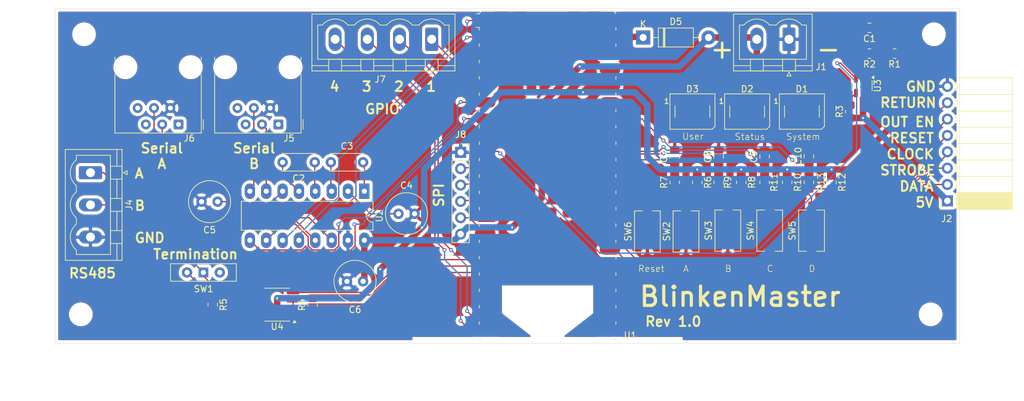
<source format=kicad_pcb>
(kicad_pcb (version 20240108) (generator "pcbnew") (generator_version "8.0")
  (title_block (comment 4 "AISLER Project ID: QTLTIPND"))
  (layers (0 "F.Cu" signal) (31 "B.Cu" signal) (34 "B.Paste" user) (35 "F.Paste" user) (36 "B.SilkS" user "B.Silkscreen") (37 "F.SilkS" user "F.Silkscreen") (38 "B.Mask" user) (39 "F.Mask" user) (44 "Edge.Cuts" user))
  (net 0 "")
  (net 1 "Net-(U3--)")
  (net 2 "GND")
  (net 3 "Net-(U2-C2+)")
  (net 4 "Net-(U2-C2-)")
  (net 5 "Net-(U2-C1-)")
  (net 6 "Net-(U2-C1+)")
  (net 7 "+8.5V")
  (net 8 "-8.5V")
  (net 9 "+5V")
  (net 10 "Button_A")
  (net 11 "Button_B")
  (net 12 "Button_C")
  (net 13 "Button_D")
  (net 14 "Net-(D1-DOUT)")
  (net 15 "Net-(D1-DIN)")
  (net 16 "Net-(D2-DOUT)")
  (net 18 "Net-(D5-K)")
  (net 19 "Return")
  (net 20 "Output Enable")
  (net 21 "Reset")
  (net 22 "Strobe")
  (net 23 "Clock")
  (net 24 "Data")
  (net 25 "RS485_A")
  (net 26 "RS485_B")
  (net 27 "TxD_B")
  (net 29 "RxD_B")
  (net 32 "RxD_A")
  (net 36 "TxD_A")
  (net 37 "IN_2")
  (net 38 "IN_4")
  (net 39 "IN_3")
  (net 40 "IN_1")
  (net 41 "SPI_CS")
  (net 42 "SPI_Clock")
  (net 43 "SPI_Tx")
  (net 44 "SPI_Rx")
  (net 45 "+3.3V")
  (net 46 "RS485_Transmit")
  (net 47 "Net-(R5-Pad1)")
  (net 48 "Net-(R6-Pad2)")
  (net 49 "Net-(R8-Pad2)")
  (net 50 "Net-(R10-Pad2)")
  (net 51 "Net-(R12-Pad2)")
  (net 52 "RS485_Rx")
  (net 53 "RS485_Tx")
  (net 55 "TxD_ttl_A")
  (net 56 "RxD_ttl_A")
  (net 57 "RxD_ttl_B")
  (net 60 "Reset_CPU")
  (net 61 "LED_Data")
  (net 62 "TxD_ttl_B")
  (footprint "Resistor_SMD:R_0805_2012Metric_Pad1.20x1.40mm_HandSolder" (layer "F.Cu") (at 75 96 -90)
    (property "Reference" "R5")
    (property "Value" "R")
  )
  (footprint "Capacitor_SMD:C_0805_2012Metric_Pad1.18x1.45mm_HandSolder" (layer "F.Cu") (at 177 53 180)
    (property "Reference" "C1")
    (property "Value" "10n")
  )
  (footprint "Connector_PinSocket_2.54mm:PinSocket_1x06_P2.54mm_Vertical" (layer "F.Cu") (at 113.5 72.34)
    (property "Reference" "J8")
    (property "Value" "Conn_01x06_Socket")
  )
  (footprint "MountingHole:MountingHole_3.2mm_M3_DIN965" (layer "F.Cu") (at 54.5 97.5)
    (property "Reference" "REF**" (hide yes))
    (property "Value" "MountingHole_3.2mm_M3_DIN965")
  )
  (footprint "LED_SMD:LED_WS2812B_PLCC4_5.0x5.0mm_P3.2mm" (layer "F.Cu") (at 149.5 66)
    (property "Reference" "D3")
    (property "Value" "WS2812B")
  )
  (footprint "Capacitor_SMD:C_0805_2012Metric_Pad1.18x1.45mm_HandSolder" (layer "F.Cu") (at 167.6 72.9625 90)
    (property "Reference" "C10")
    (property "Value" "100n")
  )
  (footprint "LED_SMD:LED_WS2812B_PLCC4_5.0x5.0mm_P3.2mm" (layer "F.Cu") (at 158 66)
    (property "Reference" "D2")
    (property "Value" "WS2812B")
  )
  (footprint "Capacitor_THT:C_Radial_D6.3mm_H5.0mm_P2.50mm" (layer "F.Cu") (at 98.34 92.38 180)
    (property "Reference" "C6")
    (property "Value" "1u")
  )
  (footprint "Connector_Phoenix_MSTB:PhoenixContact_MSTBVA_2,5_3-G_1x03_P5.00mm_Vertical" (layer "F.Cu") (at 56 75.5 -90)
    (property "Reference" "J4")
    (property "Value" "Conn_01x03_Socket")
  )
  (footprint "Capacitor_THT:C_Radial_D6.3mm_H5.0mm_P2.50mm" (layer "F.Cu") (at 75.75 80 180)
    (property "Reference" "C5")
    (property "Value" "1u")
  )
  (footprint "Resistor_SMD:R_0805_2012Metric_Pad1.20x1.40mm_HandSolder" (layer "F.Cu") (at 177 57 180)
    (property "Reference" "R2")
    (property "Value" "100k")
  )
  (footprint "Capacitor_THT:C_Disc_D5.0mm_W2.5mm_P5.00mm" (layer "F.Cu") (at 98.34 73.88 180)
    (property "Reference" "C3")
    (property "Value" "1u")
  )
  (footprint "Button_Switch_SMD:SW_Tactile_SPST_NO_Straight_CK_PTS636Sx25SMTRLFS" (layer "F.Cu") (at 161.5 84.5 90)
    (property "Reference" "SW4")
    (property "Value" "SW_Push")
  )
  (footprint "Connector_Phoenix_MSTB:PhoenixContact_MSTBVA_2,5_4-G_1x04_P5.00mm_Vertical" (layer "F.Cu") (at 109 54.7775 180)
    (property "Reference" "J7")
    (property "Value" "Conn_01x04_Pin")
  )
  (footprint "Package_DIP:DIP-16_W7.62mm_LongPads" (layer "F.Cu") (at 98.54 78.38 -90)
    (property "Reference" "U2")
    (property "Value" "MAX232")
  )
  (footprint "Connector_Phoenix_MSTB:PhoenixContact_MSTBVA_2,5_2-G_1x02_P5.00mm_Vertical" (layer "F.Cu") (at 164.5 54.7775 180)
    (property "Reference" "J1")
    (property "Value" "Conn_01x02_Socket")
  )
  (footprint "Resistor_SMD:R_0805_2012Metric_Pad1.20x1.40mm_HandSolder" (layer "F.Cu") (at 146.75 77 90)
    (property "Reference" "R7")
    (property "Value" "10k")
  )
  (footprint "Resistor_SMD:R_0805_2012Metric_Pad1.20x1.40mm_HandSolder" (layer "F.Cu") (at 174 66 90)
    (property "Reference" "R3")
    (property "Value" "1k")
  )
  (footprint "Package_TO_SOT_SMD:SOT-23-5" (layer "F.Cu") (at 175.85 62 -90)
    (property "Reference" "U3")
    (property "Value" "TL331")
  )
  (footprint "Button_Switch_SMD:SW_Tactile_SPST_NO_Straight_CK_PTS636Sx25SMTRLFS" (layer "F.Cu") (at 168 84.5 90)
    (property "Reference" "SW5")
    (property "Value" "SW_Push")
  )
  (footprint "Resistor_SMD:R_0805_2012Metric_Pad1.20x1.40mm_HandSolder" (layer "F.Cu") (at 90.5 96 90)
    (property "Reference" "R4")
    (property "Value" "10k")
  )
  (footprint "Diode_THT:D_DO-41_SOD81_P10.16mm_Horizontal" (layer "F.Cu") (at 141.84 54.5)
    (property "Reference" "D5")
    (property "Value" "1N5817")
  )
  (footprint "Capacitor_SMD:C_0805_2012Metric_Pad1.18x1.45mm_HandSolder" (layer "F.Cu") (at 146.75 73 90)
    (property "Reference" "C7")
    (property "Value" "100n")
  )
  (footprint "Resistor_SMD:R_0805_2012Metric_Pad1.20x1.40mm_HandSolder" (layer "F.Cu") (at 180.9 57 180)
    (property "Reference" "R1")
    (property "Value" "100k")
  )
  (footprint "Resistor_SMD:R_0805_2012Metric_Pad1.20x1.40mm_HandSolder" (layer "F.Cu") (at 160.7125 77 90)
    (property "Reference" "R11")
    (property "Value" "10k")
  )
  (footprint "Connector_RJ:RJ12_Amphenol_54601-x06_Horizontal" (layer "F.Cu") (at 69.68 68 180)
    (property "Reference" "J6")
    (property "Value" "6P6C")
  )
  (footprint "Resistor_SMD:R_0805_2012Metric_Pad1.20x1.40mm_HandSolder" (layer "F.Cu") (at 164.2125 77 -90)
    (property "Reference" "R10")
    (property "Value" "10k")
  )
  (footprint "MountingHole:MountingHole_3.2mm_M3_DIN965" (layer "F.Cu") (at 186.5 97.5)
    (property "Reference" "REF**" (hide yes))
    (property "Value" "MountingHole_3.2mm_M3_DIN965")
  )
  (footprint "Capacitor_THT:C_Radial_D6.3mm_H5.0mm_P2.50mm" (layer "F.Cu") (at 103.84 81.88)
    (property "Reference" "C4")
    (property "Value" "1u")
  )
  (footprint "Button_Switch_SMD:SW_Tactile_SPST_NO_Straight_CK_PTS636Sx25SMTRLFS" (layer "F.Cu") (at 148.5 84.625 90)
    (property "Reference" "SW2")
    (property "Value" "SW_Push")
  )
  (footprint "Resistor_SMD:R_0805_2012Metric_Pad1.20x1.40mm_HandSolder" (layer "F.Cu") (at 157.075 77 -90)
    (property "Reference" "R8")
    (property "Value" "10k")
  )
  (footprint "Resistor_SMD:R_0805_2012Metric_Pad1.20x1.40mm_HandSolder" (layer "F.Cu") (at 153.575 77 90)
    (property "Reference" "R9")
    (property "Value" "10k")
  )
  (footprint "LED_SMD:LED_WS2812B_PLCC4_5.0x5.0mm_P3.2mm" (layer "F.Cu") (at 166.5 66)
    (property "Reference" "D1")
    (property "Value" "WS2812B")
  )
  (footprint "Package_SO:SOIC-8_3.9x4.9mm_P1.27mm" (layer "F.Cu") (at 85 96 180)
    (property "Reference" "U4")
    (property "Value" "MAX3485")
  )
  (footprint "Capacitor_THT:C_Disc_D5.0mm_W2.5mm_P5.00mm" (layer "F.Cu") (at 90.84 73.88 180)
    (property "Reference" "C2")
    (property "Value" "1u")
  )
  (footprint "Module:RaspberryPi_Pico_W_SMD" (layer "F.Cu") (at 127 76)
    (property "Reference" "U1")
    (property "Value" "Pico")
  )
  (footprint "Button_Switch_SMD:SW_Tactile_SPST_NO_Straight_CK_PTS636Sx25SMTRLFS" (layer "F.Cu") (at 142.5 84.625 90)
    (property "Reference" "SW6")
    (property "Value" "SW_Push")
  )
  (footprint "Button_Switch_SMD:SW_Tactile_SPST_NO_Straight_CK_PTS636Sx25SMTRLFS" (layer "F.Cu") (at 155 84.5 90)
    (property "Reference" "SW3")
    (property "Value" "SW_Push")
  )
  (footprint "Connector_PinSocket_2.54mm:PinSocket_1x08_P2.54mm_Horizontal" (layer "F.Cu") (at 189.1 79.875 180)
    (property "Reference" "J2")
    (property "Value" "Conn_01x08_Socket")
  )
  (footprint "Connector_RJ:RJ12_Amphenol_54601-x06_Horizontal" (layer "F.Cu") (at 85.18 68 180)
    (property "Reference" "J5")
    (property "Value" "6P6C")
  )
  (footprint "Capacitor_SMD:C_0805_2012Metric_Pad1.18x1.45mm_HandSolder" (layer "F.Cu") (at 153.575 73 90)
    (property "Reference" "C8")
    (property "Value" "100n")
  )
  (footprint "Resistor_SMD:R_0805_2012Metric_Pad1.20x1.40mm_HandSolder" (layer "F.Cu") (at 150.25 77 -90)
    (property "Reference" "R6")
    (property "Value" "10k")
  )
  (footprint "MountingHole:MountingHole_3.2mm_M3_DIN965" (layer "F.Cu") (at 187 54)
    (property "Reference" "REF**" (hide yes))
    (property "Value" "MountingHole_3.2mm_M3_DIN965")
  )
  (footprint "Resistor_SMD:R_0805_2012Metric_Pad1.20x1.40mm_HandSolder" (layer "F.Cu") (at 167.6 77 90)
    (property "Reference" "R13")
    (property "Value" "10k")
  )
  (footprint "Resistor_SMD:R_0805_2012Metric_Pad1.20x1.40mm_HandSolder" (layer "F.Cu") (at 171.1 77 -90)
    (property "Reference" "R12")
    (property "Value" "10k")
  )
  (footprint "MountingHole:MountingHole_3.2mm_M3_DIN965" (layer "F.Cu") (at 55 54)
    (property "Reference" "REF**" (hide yes))
    (property "Value" "MountingHole_3.2mm_M3_DIN965")
  )
  (footprint "Button_Switch_THT:SW_Slide-03_Wuerth-WS-SLTV_10x2.5x6.4_P2.54mm" (layer "F.Cu") (at 73.54 91)
    (property "Reference" "SW1")
    (property "Value" "SW_DIP_x01")
  )
  (footprint "Capacitor_SMD:C_0805_2012Metric_Pad1.18x1.45mm_HandSolder" (layer "F.Cu") (at 160.7125 73 90)
    (property "Reference" "C9")
    (property "Value" "100n")
  )
  (gr_rect (start 50.5 50) (end 191 102) (stroke (width 0.05)) (fill none) (layer "Edge.Cuts"))
  (gr_text "+" (at 152 58 0) (layer "F.SilkS") (effects (font (size 3 3) (thickness 0.4)) (justify left bottom)))
  (gr_text "A" (at 62.7225 76.5 0) (layer "F.SilkS") (effects (font (size 1.5 1.5) (thickness 0.3) (bold yes)) (justify left bottom)))
  (gr_text "RETURN" (at 178.5 65.5 0) (layer "F.SilkS") (effects (font (size 1.5 1.5) (thickness 0.3) (bold yes)) (justify left bottom)))
  (gr_text "GPIO" (at 98.5 66.5 0) (layer "F.SilkS") (effects (font (size 1.5 1.5) (thickness 0.3) (bold yes)) (justify left bottom)))
  (gr_text "D" (at 167.5 91 0) (layer "F.SilkS") (effects (font (size 1 1) (thickness 0.1)) (justify left bottom)))
  (gr_text "User" (at 147.85 70.45 0) (layer "F.SilkS") (effects (font (size 1 1) (thickness 0.1)) (justify left bottom)))
  (gr_text "STROBE" (at 178.5 76 0) (layer "F.SilkS") (effects (font (size 1.5 1.5) (thickness 0.3) (bold yes)) (justify left bottom)))
  (gr_text "SPI" (at 111 81 90) (layer "F.SilkS") (effects (font (size 1.5 1.5) (thickness 0.3) (bold yes)) (justify left bottom)))
  (gr_text "Serial\nA" (at 67.08 75 0) (layer "F.SilkS") (effects (font (size 1.5 1.5) (thickness 0.3) (bold yes)) (justify bottom)))
  (gr_text "System" (at 164 70.5 0) (layer "F.SilkS") (effects (font (size 1 1) (thickness 0.1)) (justify left bottom)))
  (gr_text "4" (at 93 63 0) (layer "F.SilkS") (effects (font (size 1.5 1.5) (thickness 0.3) (bold yes)) (justify left bottom)))
  (gr_text "BlinkenMaster" (at 141 96.5 0) (layer "F.SilkS") (effects (font (size 3 3) (thickness 0.5) (bold yes)) (justify left bottom)))
  (gr_text "GND" (at 62.7225 86.5 0) (layer "F.SilkS") (effects (font (size 1.5 1.5) (thickness 0.3) (bold yes)) (justify left bottom)))
  (gr_text "Termination" (at 65.58 89.04 0) (layer "F.SilkS") (effects (font (size 1.5 1.5) (thickness 0.3) (bold yes)) (justify left bottom)))
  (gr_text "-" (at 168.5 58 0) (layer "F.SilkS") (effects (font (size 3 3) (thickness 0.4)) (justify left bottom)))
  (gr_text "RS485" (at 52.5 92 0) (layer "F.SilkS") (effects (font (size 1.5 1.5) (thickness 0.3) (bold yes)) (justify left bottom)))
  (gr_text "Rev 1.0" (at 142 99.5 0) (layer "F.SilkS") (effects (font (size 1.5 1.5) (thickness 0.3) (bold yes)) (justify left bottom)))
  (gr_text "DATA" (at 181.5 78.5 0) (layer "F.SilkS") (effects (font (size 1.5 1.5) (thickness 0.3) (bold yes)) (justify left bottom)))
  (gr_text "Reset" (at 141 91 0) (layer "F.SilkS") (effects (font (size 1 1) (thickness 0.1)) (justify left bottom)))
  (gr_text "A" (at 148 91 0) (layer "F.SilkS") (effects (font (size 1 1) (thickness 0.1)) (justify left bottom)))
  (gr_text "Status" (at 156 70.5 0) (layer "F.SilkS") (effects (font (size 1 1) (thickness 0.1)) (justify left bottom)))
  (gr_text "1" (at 108 63 0) (layer "F.SilkS") (effects (font (size 1.5 1.5) (thickness 0.3) (bold yes)) (justify left bottom)))
  (gr_text "RESET" (at 180 71 0) (layer "F.SilkS") (effects (font (size 1.5 1.5) (thickness 0.3) (bold yes)) (justify left bottom)))
  (gr_text "CLOCK" (at 179.5 73.5 0) (layer "F.SilkS") (effects (font (size 1.5 1.5) (thickness 0.3) (bold yes)) (justify left bottom)))
  (gr_text "B" (at 62.7225 81.5 0) (layer "F.SilkS") (effects (font (size 1.5 1.5) (thickness 0.3) (bold yes)) (justify left bottom)))
  (gr_text "2" (at 103 63 0) (layer "F.SilkS") (effects (font (size 1.5 1.5) (thickness 0.3) (bold yes)) (justify left bottom)))
  (gr_text "OUT EN" (at 178.5 68.5 0) (layer "F.SilkS") (effects (font (size 1.5 1.5) (thickness 0.3) (bold yes)) (justify left bottom)))
  (gr_text "RS485" (at 55.5 91.5 0) (layer "F.SilkS") (effects (font (size 0.0381 0.0381) (thickness 0.009525) (bold yes)) (justify left bottom)))
  (gr_text "C" (at 161 91 0) (layer "F.SilkS") (effects (font (size 1 1) (thickness 0.1)) (justify left bottom)))
  (gr_text "B" (at 154.5 91 0) (layer "F.SilkS") (effects (font (size 1 1) (thickness 0.1)) (justify left bottom)))
  (gr_text "3" (at 98 63 0) (layer "F.SilkS") (effects (font (size 1.5 1.5) (thickness 0.3) (bold yes)) (justify left bottom)))
  (gr_text "GND" (at 182.5 63 0) (layer "F.SilkS") (effects (font (size 1.5 1.5) (thickness 0.3) (bold yes)) (justify left bottom)))
  (gr_text "Serial\nB" (at 81.42 75 0) (layer "F.SilkS") (effects (font (size 1.5 1.5) (thickness 0.3) (bold yes)) (justify bottom)))
  (gr_text "5V" (at 184 81 0) (layer "F.SilkS") (effects (font (size 1.5 1.5) (thickness 0.3) (bold yes)) (justify left bottom)))
  (segment (start 178 59.6625) (end 178 53.0375) (width 0.2) (layer "F.Cu") (net 1))
  (segment (start 178 53.0375) (end 178.0375 53) (width 0.2) (layer "F.Cu") (net 1))
  (segment (start 176.8 60.8625) (end 178 59.6625) (width 0.2) (layer "F.Cu") (net 1))
  (segment (start 178 57) (end 179.9 57) (width 0.2) (layer "F.Cu") (net 1))
  (segment (start 90.84 78.3) (end 90.92 78.38) (width 0.2) (layer "F.Cu") (net 3))
  (segment (start 90.84 73.88) (end 90.84 78.3) (width 0.2) (layer "F.Cu") (net 3))
  (segment (start 85.84 75.84) (end 88.38 78.38) (width 0.2) (layer "F.Cu") (net 4))
  (segment (start 85.84 73.88) (end 85.84 75.84) (width 0.2) (layer "F.Cu") (net 4))
  (segment (start 93.34 73.88) (end 93.34 78.26) (width 0.2) (layer "F.Cu") (net 5))
  (segment (start 93.34 78.26) (end 93.46 78.38) (width 0.2) (layer "F.Cu") (net 5))
  (segment (start 98.54 74.58) (end 98.54 78.38) (width 0.2) (layer "F.Cu") (net 6))
  (segment (start 98.34 74.38) (end 98.54 74.58) (width 0.2) (layer "F.Cu") (net 6))
  (segment (start 98.34 73.88) (end 98.34 74.38) (width 0.2) (layer "F.Cu") (net 6))
  (segment (start 99.5 81.88) (end 96 78.38) (width 0.2) (layer "F.Cu") (net 7))
  (segment (start 103.84 81.88) (end 99.5 81.88) (width 0.2) (layer "F.Cu") (net 7))
  (segment (start 77.5 80) (end 78 80.5) (width 0.2) (layer "F.Cu") (net 8))
  (segment (start 75.75 80) (end 77.5 80) (width 0.2) (layer "F.Cu") (net 8))
  (segment (start 83.72 80.5) (end 85.84 78.38) (width 0.2) (layer "F.Cu") (net 8))
  (segment (start 78 80.5) (end 83.72 80.5) (width 0.2) (layer "F.Cu") (net 8))
  (segment (start 148.9 62.5) (end 153.7 62.5) (width 1) (layer "F.Cu") (net 9))
  (segment (start 162.2 62.5) (end 164.05 64.35) (width 1) (layer "F.Cu") (net 9))
  (segment (start 132 59) (end 126.0967 64.9033) (width 1) (layer "F.Cu") (net 9))
  (segment (start 159.5 62.5) (end 162.2 62.5) (width 1) (layer "F.Cu") (net 9))
  (segment (start 176 63.9375) (end 176.8 63.1375) (width 1) (layer "F.Cu") (net 9))
  (segment (start 159.5 54.7775) (end 159.5 62.5) (width 1) (layer "F.Cu") (net 9))
  (segment (start 147.05 64.35) (end 148.9 62.5) (width 1) (layer "F.Cu") (net 9))
  (segment (start 159.2225 54.5) (end 159.5 54.7775) (width 1) (layer "F.Cu") (net 9))
  (segment (start 173.84957 67) (end 172.84957 66) (width 1) (layer "F.Cu") (net 9))
  (segment (start 172.84957 66) (end 165.7 66) (width 1) (layer "F.Cu") (net 9))
  (segment (start 126.0967 79.4033) (end 121.5 84) (width 1) (layer "F.Cu") (net 9))
  (segment (start 157.7 62.5) (end 159.5 62.5) (width 1) (layer "F.Cu") (net 9))
  (segment (start 165.7 66) (end 164.05 64.35) (width 1) (layer "F.Cu") (net 9))
  (segment (start 155.55 64.35) (end 155.85 64.35) (width 1) (layer "F.Cu") (net 9))
  (segment (start 153.7 62.5) (end 155.55 64.35) (width 1) (layer "F.Cu") (net 9))
  (segment (start 152 54.5) (end 159.2225 54.5) (width 1) (layer "F.Cu") (net 9))
  (segment (start 176 67) (end 176 63.9375) (width 1) (layer "F.Cu") (net 9))
  (segment (start 126.0967 64.9033) (end 126.0967 79.4033) (width 1) (layer "F.Cu") (net 9))
  (segment (start 174 67) (end 174.71 67) (width 1) (layer "F.Cu") (net 9))
  (segment (start 176 67) (end 173.84957 67) (width 1) (layer "F.Cu") (net 9))
  (segment (start 98.54 86) (end 98.54 92.18) (width 1) (layer "F.Cu") (net 9))
  (segment (start 155.85 64.35) (end 157.7 62.5) (width 1) (layer "F.Cu") (net 9))
  (via (at 132 59) (size 0.6) (drill 0.3) (layers "F.Cu" "B.Cu") (net 9))
  (via (at 121.5 84) (size 0.6) (drill 0.3) (layers "F.Cu" "B.Cu") (net 9))
  (via (at 176 67) (size 0.6) (drill 0.3) (layers "F.Cu" "B.Cu") (net 9))
  (segment (start 147.5 59) (end 132 59) (width 1) (layer "B.Cu") (net 9))
  (segment (start 152 54.5) (end 147.5 59) (width 1) (layer "B.Cu") (net 9))
  (segment (start 114.54 84) (end 113.5 85.04) (width 1) (layer "B.Cu") (net 9))
  (segment (start 98.54 86) (end 112.54 86) (width 1) (layer "B.Cu") (net 9))
  (segment (start 176.225 67) (end 189.1 79.875) (width 1) (layer "B.Cu") (net 9))
  (segment (start 121.5 84) (end 114.54 84) (width 1) (layer "B.Cu") (net 9))
  (segment (start 176 67) (end 176.225 67) (width 1) (layer "B.Cu") (net 9))
  (segment (start 112.54 86) (end 113.5 85.04) (width 1) (layer "B.Cu") (net 9))
  (segment (start 136.69 79.81) (end 139 77.5) (width 0.2) (layer "F.Cu") (net 10))
  (segment (start 139 73.5) (end 145 73.5) (width 0.2) (layer "F.Cu") (net 10))
  (segment (start 146.75 74.0375) (end 146.75 76) (width 0.2) (layer "F.Cu") (net 10))
  (segment (start 145.5375 74.0375) (end 146.75 74.0375) (width 0.2) (layer "F.Cu") (net 10))
  (segment (start 145 73.5) (end 145.5375 74.0375) (width 0.2) (layer "F.Cu") (net 10))
  (segment (start 139 77.5) (end 139 73.5) (width 0.2) (layer "F.Cu") (net 10))
  (segment (start 145 72.5) (end 144.565686 72.5) (width 0.2) (layer "F.Cu") (net 11))
  (segment (start 152.1375 72.6) (end 153.575 74.0375) (width 0.2) (layer "F.Cu") (net 11))
  (segment (start 138.83 72.59) (end 136.69 74.73) (width 0.2) (layer "F.Cu") (net 11))
  (segment (start 152 72.6) (end 152.1375 72.6) (width 0.2) (layer "F.Cu") (net 11))
  (segment (start 153.575 74.0375) (end 153.575 76) (width 0.2) (layer "F.Cu") (net 11))
  (segment (start 144.565686 72.5) (end 144.475686 72.59) (width 0.2) (layer "F.Cu") (net 11))
  (segment (start 144.475686 72.59) (end 138.83 72.59) (width 0.2) (layer "F.Cu") (net 11))
  (via (at 145 72.5) (size 0.6) (drill 0.3) (layers "F.Cu" "B.Cu") (net 11))
  (via (at 152 72.6) (size 0.6) (drill 0.3) (layers "F.Cu" "B.Cu") (net 11))
  (segment (start 152 72.6) (end 151.9 72.5) (width 0.2) (layer "B.Cu") (net 11))
  (segment (start 151.9 72.5) (end 145 72.5) (width 0.2) (layer "B.Cu") (net 11))
  (segment (start 145 71.5) (end 144.31 72.19) (width 0.2) (layer "F.Cu") (net 12))
  (segment (start 144.31 72.19) (end 136.69 72.19) (width 0.2) (layer "F.Cu") (net 12))
  (segment (start 158.5 72.6) (end 159.9375 74.0375) (width 0.2) (layer "F.Cu") (net 12))
  (segment (start 160.7125 74.0375) (end 160.7125 76) (width 0.2) (layer "F.Cu") (net 12))
  (segment (start 159.9375 74.0375) (end 160.7125 74.0375) (width 0.2) (layer "F.Cu") (net 12))
  (via (at 145 71.5) (size 0.6) (drill 0.3) (layers "F.Cu" "B.Cu") (net 12))
  (via (at 158.5 72.6) (size 0.6) (drill 0.3) (layers "F.Cu" "B.Cu") (net 12))
  (segment (start 157.9 72) (end 145.5 72) (width 0.2) (layer "B.Cu") (net 12))
  (segment (start 158.5 72.6) (end 157.9 72) (width 0.2) (layer "B.Cu") (net 12))
  (segment (start 145.5 72) (end 145 71.5) (width 0.2) (layer "B.Cu") (net 12))
  (segment (start 145 70.5) (end 141.61 67.11) (width 0.2) (layer "F.Cu") (net 13))
  (segment (start 167.6 74) (end 165.5 74) (width 0.2) (layer "F.Cu") (net 13))
  (segment (start 165.5 74) (end 165 73.5) (width 0.2) (layer "F.Cu") (net 13))
  (segment (start 167.6 74) (end 167.6 76) (width 0.2) (layer "F.Cu") (net 13))
  (segment (start 141.61 67.11) (end 136.69 67.11) (width 0.2) (layer "F.Cu") (net 13))
  (via (at 145 70.5) (size 0.6) (drill 0.3) (layers "F.Cu" "B.Cu") (net 13))
  (via (at 165 73.5) (size 0.6) (drill 0.3) (layers "F.Cu" "B.Cu") (net 13))
  (segment (start 165 73.5) (end 163 71.5) (width 0.2) (layer "B.Cu") (net 13))
  (segment (start 146 71.5) (end 145 70.5) (width 0.2) (layer "B.Cu") (net 13))
  (segment (start 163 71.5) (end 146 71.5) (width 0.2) (layer "B.Cu") (net 13))
  (segment (start 160.45 64.35) (end 163.75 67.65) (width 0.2) (layer "F.Cu") (net 14))
  (segment (start 163.75 67.65) (end 164.05 67.65) (width 0.2) (layer "F.Cu") (net 14))
  (segment (start 169.6 65) (end 174 65) (width 0.2) (layer "F.Cu") (net 15))
  (segment (start 174 64.0375) (end 174.9 63.1375) (width 0.2) (layer "F.Cu") (net 15))
  (segment (start 168.95 64.35) (end 169.6 65) (width 0.2) (layer "F.Cu") (net 15))
  (segment (start 174 65) (end 174 64.0375) (width 0.2) (layer "F.Cu") (net 15))
  (segment (start 151.95 64.35) (end 155.25 67.65) (width 0.2) (layer "F.Cu") (net 16))
  (segment (start 155.25 67.65) (end 155.55 67.65) (width 0.2) (layer "F.Cu") (net 16))
  (segment (start 141.75 54.41) (end 141.84 54.5) (width 0.2) (layer "F.Cu") (net 18))
  (segment (start 136.69 54.41) (end 141.75 54.41) (width 1) (layer "F.Cu") (net 18))
  (segment (start 186.1 73.9) (end 186.1 67.635) (width 0.2) (layer "F.Cu") (net 19))
  (segment (start 170.5 89.5) (end 186.1 73.9) (width 0.2) (layer "F.Cu") (net 19))
  (segment (start 141.3 89.5) (end 170.5 89.5) (width 0.2) (layer "F.Cu") (net 19))
  (segment (start 136.69 84.89) (end 141.3 89.5) (width 0.2) (layer "F.Cu") (net 19))
  (segment (start 186.1 67.635) (end 189.1 64.635) (width 0.2) (layer "F.Cu") (net 19))
  (segment (start 136.69 87.43) (end 137.43 87.43) (width 0.2) (layer "F.Cu") (net 20))
  (segment (start 170.565686 90) (end 186.5 74.065686) (width 0.2) (layer "F.Cu") (net 20))
  (segment (start 186.5 69.775) (end 189.1 67.175) (width 0.2) (layer "F.Cu") (net 20))
  (segment (start 186.5 74.065686) (end 186.5 69.775) (width 0.2) (layer "F.Cu") (net 20))
  (segment (start 140 90) (end 170.565686 90) (width 0.2) (layer "F.Cu") (net 20))
  (segment (start 137.43 87.43) (end 140 90) (width 0.2) (layer "F.Cu") (net 20))
  (segment (start 187.5 71.315) (end 189.1 69.715) (width 0.2) (layer "F.Cu") (net 21))
  (segment (start 170.631372 90.5) (end 187.5 73.631372) (width 0.2) (layer "F.Cu") (net 21))
  (segment (start 137.22 90.5) (end 170.631372 90.5) (width 0.2) (layer "F.Cu") (net 21))
  (segment (start 136.69 89.97) (end 137.22 90.5) (width 0.2) (layer "F.Cu") (net 21))
  (segment (start 187.5 73.631372) (end 187.5 71.315) (width 0.2) (layer "F.Cu") (net 21))
  (segment (start 138.600031 92.399969) (end 139.5 91.5) (width 0.2) (layer "F.Cu") (net 22))
  (segment (start 138.600031 95.679969) (end 138.600031 92.399969) (width 0.2) (layer "F.Cu") (net 22))
  (segment (start 139.5 91.5) (end 170.762744 91.5) (width 0.2) (layer "F.Cu") (net 22))
  (segment (start 187.467744 74.795) (end 189.1 74.795) (width 0.2) (layer "F.Cu") (net 22))
  (segment (start 136.69 97.59) (end 138.600031 95.679969) (width 0.2) (layer "F.Cu") (net 22))
  (segment (start 170.762744 91.5) (end 187.467744 74.795) (width 0.2) (layer "F.Cu") (net 22))
  (segment (start 189.1 72.597058) (end 189.1 72.255) (width 0.2) (layer "F.Cu") (net 23))
  (segment (start 138.6 91) (end 170.697058 91) (width 0.2) (layer "F.Cu") (net 23))
  (segment (start 136.69 92.51) (end 137.09 92.51) (width 0.2) (layer "F.Cu") (net 23))
  (segment (start 137.09 92.51) (end 138.6 91) (width 0.2) (layer "F.Cu") (net 23))
  (segment (start 170.697058 91) (end 189.1 72.597058) (width 0.2) (layer "F.Cu") (net 23))
  (segment (start 136.69 100.13) (end 139.000031 97.819969) (width 0.2) (layer "F.Cu") (net 24))
  (segment (start 185.49343 77.335) (end 189.1 77.335) (width 0.2) (layer "F.Cu") (net 24))
  (segment (start 170.82843 92) (end 185.49343 77.335) (width 0.2) (layer "F.Cu") (net 24))
  (segment (start 139.000031 92.999969) (end 140 92) (width 0.2) (layer "F.Cu") (net 24))
  (segment (start 139.000031 97.819969) (end 139.000031 92.999969) (width 0.2) (layer "F.Cu") (net 24))
  (segment (start 140 92) (end 170.82843 92) (width 0.2) (layer "F.Cu") (net 24))
  (segment (start 77.365 95.365) (end 73.54 91.54) (width 0.2) (layer "F.Cu") (net 25))
  (segment (start 73.54 91.54) (end 73.54 91) (width 0.2) (layer "F.Cu") (net 25))
  (segment (start 82.525 95.365) (end 77.365 95.365) (width 0.2) (layer "F.Cu") (net 25))
  (segment (start 58.04 75.5) (end 56 75.5) (width 0.2) (layer "F.Cu") (net 25))
  (segment (start 73.54 91) (end 58.04 75.5) (width 0.2) (layer "F.Cu") (net 25))
  (segment (start 75 97) (end 58.5 80.5) (width 0.2) (layer "F.Cu") (net 26))
  (segment (start 76 96) (end 81.89 96) (width 0.2) (layer "F.Cu") (net 26))
  (segment (start 75 97) (end 76 96) (width 0.2) (layer "F.Cu") (net 26))
  (segment (start 81.89 96) (end 82.525 96.635) (width 0.2) (layer "F.Cu") (net 26))
  (segment (start 58.5 80.5) (end 56 80.5) (width 0.2) (layer "F.Cu") (net 26))
  (segment (start 83.3 68.66) (end 82.64 68) (width 0.2) (layer "F.Cu") (net 27))
  (segment (start 83.3 78.38) (end 83.3 68.66) (width 0.2) (layer "F.Cu") (net 27))
  (segment (start 80.76 78.38) (end 81.37 77.77) (width 0.2) (layer "F.Cu") (net 29))
  (segment (start 81.37 77.77) (end 81.37 65.46) (width 0.2) (layer "F.Cu") (net 29))
  (segment (start 65.87 77.37) (end 65.87 65.46) (width 0.2) (layer "F.Cu") (net 32))
  (segment (start 87.82 82.9) (end 71.4 82.9) (width 0.2) (layer "F.Cu") (net 32))
  (segment (start 71.4 82.9) (end 65.87 77.37) (width 0.2) (layer "F.Cu") (net 32))
  (segment (start 90.92 86) (end 87.82 82.9) (width 0.2) (layer "F.Cu") (net 32))
  (segment (start 67.14 76.64) (end 67.14 68) (width 0.2) (layer "F.Cu") (net 36))
  (segment (start 89.96 82.5) (end 73 82.5) (width 0.2) (layer "F.Cu") (net 36))
  (segment (start 93.46 86) (end 89.96 82.5) (width 0.2) (layer "F.Cu") (net 36))
  (segment (start 73 82.5) (end 67.14 76.64) (width 0.2) (layer "F.Cu") (net 36))
  (segment (start 111.2525 62.03) (end 104 54.7775) (width 0.2) (layer "F.Cu") (net 37))
  (segment (start 117.31 62.03) (end 111.2525 62.03) (width 0.2) (layer "F.Cu") (net 37))
  (segment (start 94 54.7775) (end 109.5 70.2775) (width 0.2) (layer "F.Cu") (net 38))
  (segment (start 113.5 98.5) (end 115.13 100.13) (width 0.2) (layer "F.Cu") (net 38))
  (segment (start 109.5 70.2775) (end 109.5 86) (width 0.2) (layer "F.Cu") (net 38))
  (segment (start 109.5 86) (end 111 87.5) (width 0.2) (layer "F.Cu") (net 38))
  (segment (start 115.13 100.13) (end 117.31 100.13) (width 0.2) (layer "F.Cu") (net 38))
  (via (at 113.5 98.5) (size 0.6) (drill 0.3) (layers "F.Cu" "B.Cu") (net 38))
  (via (at 111 87.5) (size 0.6) (drill 0.3) (layers "F.Cu" "B.Cu") (net 38))
  (segment (start 113.5 98.5) (end 113.5 91.5) (width 0.2) (layer "B.Cu") (net 38))
  (segment (start 113.5 91.5) (end 111 89) (width 0.2) (layer "B.Cu") (net 38))
  (segment (start 111 89) (end 111 87.5) (width 0.2) (layer "B.Cu") (net 38))
  (segment (start 115.09 97.59) (end 114.5 97) (width 0.2) (layer "F.Cu") (net 39))
  (segment (start 110 65.7775) (end 99 54.7775) (width 0.2) (layer "F.Cu") (net 39))
  (segment (start 117.31 97.59) (end 115.09 97.59) (width 0.2) (layer "F.Cu") (net 39))
  (segment (start 112 87.5) (end 110 85.5) (width 0.2) (layer "F.Cu") (net 39))
  (segment (start 110 85.5) (end 110 65.7775) (width 0.2) (layer "F.Cu") (net 39))
  (via (at 114.5 97) (size 0.6) (drill 0.3) (layers "F.Cu" "B.Cu") (net 39))
  (via (at 112 87.5) (size 0.6) (drill 0.3) (layers "F.Cu" "B.Cu") (net 39))
  (segment (start 114.5 90) (end 114.5 97) (width 0.2) (layer "B.Cu") (net 39))
  (segment (start 112 87.5) (end 114.5 90) (width 0.2) (layer "B.Cu") (net 39))
  (segment (start 117.31 59.49) (end 113.7125 59.49) (width 0.2) (layer "F.Cu") (net 40))
  (segment (start 113.7125 59.49) (end 109 54.7775) (width 0.2) (layer "F.Cu") (net 40))
  (segment (start 113.5 79.96) (end 113.65 79.81) (width 0.2) (layer "F.Cu") (net 41))
  (segment (start 113.65 79.81) (end 117.31 79.81) (width 0.2) (layer "F.Cu") (net 41))
  (segment (start 117.23 84.89) (end 117.31 84.89) (width 0.2) (layer "F.Cu") (net 42))
  (segment (start 113.5 82.5) (end 114.84 82.5) (width 0.2) (layer "F.Cu") (net 42))
  (segment (start 114.84 82.5) (end 117.23 84.89) (width 0.2) (layer "F.Cu") (net 42))
  (segment (start 113.65 74.73) (end 117.31 74.73) (width 0.2) (layer "F.Cu") (net 43))
  (segment (start 113.5 74.88) (end 113.65 74.73) (width 0.2) (layer "F.Cu") (net 43))
  (segment (start 113.65 77.27) (end 117.31 77.27) (width 0.2) (layer "F.Cu") (net 44))
  (segment (start 113.5 77.42) (end 113.65 77.27) (width 0.2) (layer "F.Cu") (net 44))
  (segment (start 136.69 62.03) (end 133.47 62.03) (width 1) (layer "F.Cu") (net 45))
  (segment (start 85 95) (end 85 96.341238) (width 1) (layer "F.Cu") (net 45))
  (segment (start 83.436238 97.905) (end 82.525 97.905) (width 1) (layer "F.Cu") (net 45))
  (segment (start 182.3 66.39793) (end 182.3 57.4) (width 1) (layer "F.Cu") (net 45))
  (segment (start 171.1 76) (end 171.1 75) (width 1) (layer "F.Cu") (net 45))
  (segment (start 157.075 76) (end 157.075 75) (width 1) (layer "F.Cu") (net 45))
  (segment (start 150.25 76) (end 150.25 75) (width 1) (layer "F.Cu") (net 45))
  (segment (start 85 96.341238) (end 83.436238 97.905) (width 1) (layer "F.Cu") (net 45))
  (segment (start 107.5 84) (end 101 90.5) (width 1) (layer "F.Cu") (net 45))
  (segment (start 171.1 75) (end 173.69793 75) (width 1) (layer "F.Cu") (net 45))
  (segment (start 164.2125 76) (end 164.2125 75) (width 1) (layer "F.Cu") (net 45))
  (segment (start 133.47 62.03) (end 132.5 63) (width 1) (layer "F.Cu") (net 45))
  (segment (start 173.69793 75) (end 182.3 66.39793) (width 1) (layer "F.Cu") (net 45))
  (segment (start 182.3 57.4) (end 181.9 57) (width 1) (layer "F.Cu") (net 45))
  (via (at 85 95) (size 0.6) (drill 0.3) (layers "F.Cu" "B.Cu") (net 45))
  (via (at 101 90.5) (size 0.6) (drill 0.3) (layers "F.Cu" "B.Cu") (net 45))
  (via (at 150.25 75) (size 0.6) (drill 0.3) (layers "F.Cu" "B.Cu") (net 45))
  (via (at 132.5 63) (size 0.6) (drill 0.3) (layers "F.Cu" "B.Cu") (net 45))
  (via (at 157.075 75) (size 0.6) (drill 0.3) (layers "F.Cu" "B.Cu") (net 45))
  (via (at 164.2125 75) (size 0.6) (drill 0.3) (layers "F.Cu" "B.Cu") (net 45))
  (via (at 107.5 84) (size 0.6) (drill 0.3) (layers "F.Cu" "B.Cu") (net 45))
  (via (at 171.1 75) (size 0.6) (drill 0.3) (layers "F.Cu" "B.Cu") (net 45))
  (segment (start 132.5 63) (end 140.5 63) (width 1) (layer "B.Cu") (net 45))
  (segment (start 107.5 84) (end 107.84 83.66) (width 1) (layer "B.Cu") (net 45))
  (segment (start 142.5 73) (end 144.5 75) (width 1) (layer "B.Cu") (net 45))
  (segment (start 107.84 83.66) (end 107.84 74.9) (width 1) (layer "B.Cu") (net 45))
  (segment (start 101 91.841321) (end 97.841321 95) (width 1) (layer "B.Cu") (net 45))
  (segment (start 157.075 75) (end 164.2125 75) (width 1) (layer "B.Cu") (net 45))
  (segment (start 144.5 75) (end 150.25 75) (width 1) (layer "B.Cu") (net 45))
  (segment (start 164.2125 75) (end 171.1 75) (width 1) (layer "B.Cu") (net 45))
  (segment (start 119.74 63) (end 132.5 63) (width 1) (layer "B.Cu") (net 45))
  (segment (start 107.84 74.9) (end 119.74 63) (width 1) (layer "B.Cu") (net 45))
  (segment (start 142.5 65) (end 142.5 73) (width 1) (layer "B.Cu") (net 45))
  (segment (start 140.5 63) (end 142.5 65) (width 1) (layer "B.Cu") (net 45))
  (segment (start 101 90.5) (end 101 91.841321) (width 1) (layer "B.Cu") (net 45))
  (segment (start 150.25 75) (end 157.075 75) (width 1) (layer "B.Cu") (net 45))
  (segment (start 97.841321 95) (end 85 95) (width 1) (layer "B.Cu") (net 45))
  (segment (start 99.570686 94.495) (end 91.005 94.495) (width 0.2) (layer "F.Cu") (net 46))
  (segment (start 87.475 95.365) (end 90.135 95.365) (width 0.2) (layer "F.Cu") (net 46))
  (segment (start 91.005 94.495) (end 90.5 95) (width 0.2) (layer "F.Cu") (net 46))
  (segment (start 117.28 90) (end 104.065686 90) (width 0.2) (layer "F.Cu") (net 46))
  (segment (start 104.065686 90) (end 99.570686 94.495) (width 0.2) (layer "F.Cu") (net 46))
  (segment (start 117.31 89.97) (end 117.28 90) (width 0.2) (layer "F.Cu") (net 46))
  (segment (start 90.135 95.365) (end 90.5 95) (width 0.2) (layer "F.Cu") (net 46))
  (segment (start 87.475 96.635) (end 87.475 95.365) (width 0.2) (layer "F.Cu") (net 46))
  (segment (start 71 91) (end 75 95) (width 0.2) (layer "F.Cu") (net 47))
  (segment (start 146.75 78) (end 150.25 78) (width 0.2) (layer "F.Cu") (net 48))
  (segment (start 147.675 79.925) (end 148.5 80.75) (width 0.2) (layer "F.Cu") (net 48))
  (segment (start 147.675 78.925) (end 147.675 79.925) (width 0.2) (layer "F.Cu") (net 48))
  (segment (start 146.75 78) (end 147.675 78.925) (width 0.2) (layer "F.Cu") (net 48))
  (segment (start 153.575 78) (end 154.5 78.925) (width 0.2) (layer "F.Cu") (net 49))
  (segment (start 155 79.5) (end 155 80.625) (width 0.2) (layer "F.Cu") (net 49))
  (segment (start 154.5 79) (end 155 79.5) (width 0.2) (layer "F.Cu") (net 49))
  (segment (start 153.575 78) (end 157.075 78) (width 0.2) (layer "F.Cu") (net 49))
  (segment (start 154.5 78.925) (end 154.5 79) (width 0.2) (layer "F.Cu") (net 49))
  (segment (start 161.5 79.075) (end 161.5 80.625) (width 0.2) (layer "F.Cu") (net 50))
  (segment (start 160.7125 78) (end 160.7125 78.2875) (width 0.2) (layer "F.Cu") (net 50))
  (segment (start 160.7125 78.2875) (end 161.5 79.075) (width 0.2) (layer "F.Cu") (net 50))
  (segment (start 160.7125 78) (end 164.2125 78) (width 0.2) (layer "F.Cu") (net 50))
  (segment (start 167.6 78.9) (end 168 79.3) (width 0.2) (layer "F.Cu") (net 51))
  (segment (start 167.6 78) (end 167.6 78.9) (width 0.2) (layer "F.Cu") (net 51))
  (segment (start 168 79.3) (end 168 80.625) (width 0.2) (layer "F.Cu") (net 51))
  (segment (start 167.6 78) (end 171.1 78) (width 0.2) (layer "F.Cu") (net 51))
  (segment (start 89.825552 95.9) (end 87.820552 97.905) (width 0.2) (layer "F.Cu") (net 52))
  (segment (start 98.731372 95.9) (end 89.825552 95.9) (width 0.2) (layer "F.Cu") (net 52))
  (segment (start 87.820552 97.905) (end 87.475 97.905) (width 0.2) (layer "F.Cu") (net 52))
  (segment (start 117.31 92.51) (end 115.8 91) (width 0.2) (layer "F.Cu") (net 52))
  (segment (start 115.8 91) (end 103.631372 91) (width 0.2) (layer "F.Cu") (net 52))
  (segment (start 103.631372 91) (end 98.731372 95.9) (width 0.2) (layer "F.Cu") (net 52))
  (segment (start 104.5 89) (end 99.405 94.095) (width 0.2) (layer "F.Cu") (net 53))
  (segment (start 117.31 87.43) (end 115.74 89) (width 0.2) (layer "F.Cu") (net 53))
  (segment (start 99.405 94.095) (end 87.475 94.095) (width 0.2) (layer "F.Cu") (net 53))
  (segment (start 115.74 89) (end 104.5 89) (width 0.2) (layer "F.Cu") (net 53))
  (segment (start 117.31 51.87) (end 114.63 51.87) (width 0.2) (layer "F.Cu") (net 55))
  (segment (start 114.63 51.87) (end 114.5 52) (width 0.2) (layer "F.Cu") (net 55))
  (via (at 114.5 52) (size 0.6) (drill 0.3) (layers "F.Cu" "B.Cu") (net 55))
  (segment (start 92.12 79.88) (end 86 86) (width 0.2) (layer "B.Cu") (net 55))
  (segment (start 114.5 53.5) (end 94.56 73.44) (width 0.2) (layer "B.Cu") (net 55))
  (segment (start 93.915635 79.88) (end 92.12 79.88) (width 0.2) (layer "B.Cu") (net 55))
  (segment (start 86 86) (end 85.84 86) (width 0.2) (layer "B.Cu") (net 55))
  (segment (start 114.5 52) (end 114.5 53.5) (width 0.2) (layer "B.Cu") (net 55))
  (segment (start 94.56 79.235635) (end 93.915635 79.88) (width 0.2) (layer "B.Cu") (net 55))
  (segment (start 94.56 73.44) (end 94.56 79.235635) (width 0.2) (layer "B.Cu") (net 55))
  (segment (start 117.31 54.41) (end 114.59 54.41) (width 0.2) (layer "F.Cu") (net 56))
  (segment (start 114.59 54.41) (end 114.5 54.5) (width 0.2) (layer "F.Cu") (net 56))
  (via (at 114.5 54.5) (size 0.6) (drill 0.3) (layers "F.Cu" "B.Cu") (net 56))
  (segment (start 97.24 79.095635) (end 96.055635 80.28) (width 0.2) (layer "B.Cu") (net 56))
  (segment (start 114.5 54.5) (end 97.24 71.76) (width 0.2) (layer "B.Cu") (net 56))
  (segment (start 97.24 71.76) (end 97.24 79.095635) (width 0.2) (layer "B.Cu") (net 56))
  (segment (start 88.38 85.12) (end 88.38 86) (width 0.2) (layer "B.Cu") (net 56))
  (segment (start 93.22 80.28) (end 88.38 85.12) (width 0.2) (layer "B.Cu") (net 56))
  (segment (start 96.055635 80.28) (end 93.22 80.28) (width 0.2) (layer "B.Cu") (net 56))
  (segment (start 97.1 83.6) (end 97.1 86.855635) (width 0.2) (layer "F.Cu") (net 57))
  (segment (start 97.1 86.855635) (end 96.055635 87.9) (width 0.2) (layer "F.Cu") (net 57))
  (segment (start 89.42 86.915635) (end 88.835635 87.5) (width 0.2) (layer "F.Cu") (net 57))
  (segment (start 89.42 87.021321) (end 89.42 86.915635) (width 0.2) (layer "F.Cu") (net 57))
  (segment (start 97 83.5) (end 97.1 83.6) (width 0.2) (layer "F.Cu") (net 57))
  (segment (start 88.835635 87.5) (end 82.26 87.5) (width 0.2) (layer "F.Cu") (net 57))
  (segment (start 90.298679 87.9) (end 89.42 87.021321) (width 0.2) (layer "F.Cu") (net 57))
  (segment (start 82.26 87.5) (end 80.76 86) (width 0.2) (layer "F.Cu") (net 57))
  (segment (start 114 67.11) (end 117.31 67.11) (width 0.2) (layer "F.Cu") (net 57))
  (segment (start 96.055635 87.9) (end 90.298679 87.9) (width 0.2) (layer "F.Cu") (net 57))
  (via (at 97 83.5) (size 0.6) (drill 0.3) (layers "F.Cu" "B.Cu") (net 57))
  (via (at 114 67.11) (size 0.6) (drill 0.3) (layers "F.Cu" "B.Cu") (net 57))
  (segment (start 98.5 83.5) (end 97 83.5) (width 0.2) (layer "B.Cu") (net 57))
  (segment (start 114 67.11) (end 114 67.60863) (width 0.2) (layer "B.Cu") (net 57))
  (segment (start 114 67.60863) (end 98.5 83.10863) (width 0.2) (layer "B.Cu") (net 57))
  (segment (start 98.5 83.10863) (end 98.5 83.5) (width 0.2) (layer "B.Cu") (net 57))
  (segment (start 135.434364 80.91) (end 134.79 80.265636) (width 0.2) (layer "F.Cu") (net 60))
  (segment (start 142.34 80.91) (end 135.434364 80.91) (width 0.2) (layer "F.Cu") (net 60))
  (segment (start 134.79 80.265636) (end 134.79 79.17) (width 0.2) (layer "F.Cu") (net 60))
  (segment (start 134.79 79.17) (end 136.69 77.27) (width 0.2) (layer "F.Cu") (net 60))
  (segment (start 142.5 80.75) (end 142.34 80.91) (width 0.2) (layer "F.Cu") (net 60))
  (segment (start 172 58.5) (end 172.5375 58.5) (width 0.2) (layer "F.Cu") (net 61))
  (segment (start 172.5375 58.5) (end 174.9 60.8625) (width 0.2) (layer "F.Cu") (net 61))
  (segment (start 117.31 72.19) (end 119.331422 72.19) (width 0.2) (layer "F.Cu") (net 61))
  (segment (start 119.331422 72.19) (end 119.641422 72.5) (width 0.2) (layer "F.Cu") (net 61))
  (via (at 119.641422 72.5) (size 0.6) (drill 0.3) (layers "F.Cu" "B.Cu") (net 61))
  (via (at 172 58.5) (size 0.6) (drill 0.3) (layers "F.Cu" "B.Cu") (net 61))
  (segment (start 159.231371 88) (end 135.141422 88) (width 0.2) (layer "B.Cu") (net 61))
  (segment (start 172 58.5) (end 175 61.5) (width 0.2) (layer "B.Cu") (net 61))
  (segment (start 175 72.231371) (end 159.231371 88) (width 0.2) (layer "B.Cu") (net 61))
  (segment (start 135.141422 88) (end 119.641422 72.5) (width 0.2) (layer "B.Cu") (net 61))
  (segment (start 175 61.5) (end 175 72.231371) (width 0.2) (layer "B.Cu") (net 61))
  (segment (start 85.8 83.5) (end 83.3 86) (width 0.2) (layer "F.Cu") (net 62))
  (segment (start 93.915635 87.5) (end 90.464365 87.5) (width 0.2) (layer "F.Cu") (net 62))
  (segment (start 89.82 85.465686) (end 87.854314 83.5) (width 0.2) (layer "F.Cu") (net 62))
  (segment (start 87.854314 83.5) (end 85.8 83.5) (width 0.2) (layer "F.Cu") (net 62))
  (segment (start 94.56 86.855635) (end 93.915635 87.5) (width 0.2) (layer "F.Cu") (net 62))
  (segment (start 90.464365 87.5) (end 89.82 86.855635) (width 0.2) (layer "F.Cu") (net 62))
  (segment (start 94.5 83.5) (end 94.56 83.56) (width 0.2) (layer "F.Cu") (net 62))
  (segment (start 89.82 86.855635) (end 89.82 85.465686) (width 0.2) (layer "F.Cu") (net 62))
  (segment (start 94.56 83.56) (end 94.56 86.855635) (width 0.2) (layer "F.Cu") (net 62))
  (segment (start 113.57 64.57) (end 113.5 64.5) (width 0.2) (layer "F.Cu") (net 62))
  (segment (start 117.31 64.57) (end 113.57 64.57) (width 0.2) (layer "F.Cu") (net 62))
  (via (at 113.5 64.5) (size 0.6) (drill 0.3) (layers "F.Cu" "B.Cu") (net 62))
  (via (at 94.5 83.5) (size 0.6) (drill 0.3) (layers "F.Cu" "B.Cu") (net 62))
  (segment (start 113 65) (end 113 68.042944) (width 0.2) (layer "B.Cu") (net 62))
  (segment (start 98.542944 82.5) (end 95.5 82.5) (width 0.2) (layer "B.Cu") (net 62))
  (segment (start 95.5 82.5) (end 94.5 83.5) (width 0.2) (layer "B.Cu") (net 62))
  (segment (start 113.5 64.5) (end 113 65) (width 0.2) (layer "B.Cu") (net 62))
  (segment (start 113 68.042944) (end 98.542944 82.5) (width 0.2) (layer "B.Cu") (net 62))
  (zone (net 0) (net_name "") (layer "F.Cu") (connect_pads (clearance 0)) (min_thickness 0.25)
    (keepout (tracks allowed) (vias allowed) (pads allowed) (copperpour not_allowed) (footprints allowed))
    (fill (thermal_gap 0.5) (thermal_bridge_width 0.5))
    (polygon (pts (xy 114.213158 97.747722) (xy 116 98.5) (xy 116 99) (xy 115.5 99.5) (xy 114.5 99) (xy 114 98.5) (xy 114.5 98)))
  )
  (zone (net 0) (net_name "") (layer "F.Cu") (connect_pads (clearance 0)) (min_thickness 0.25)
    (keepout (tracks allowed) (vias allowed) (pads allowed) (copperpour not_allowed) (footprints allowed))
    (fill (thermal_gap 0.5) (thermal_bridge_width 0.5))
    (polygon (pts (xy 187 74.5) (xy 188 73) (xy 188.300272 73.348533) (xy 188.5 74) (xy 187.5 74.5)))
  )
  (zone (net 0) (net_name "") (layer "F.Cu") (connect_pads (clearance 0)) (min_thickness 0.25)
    (keepout (tracks allowed) (vias allowed) (pads allowed) (copperpour not_allowed) (footprints allowed))
    (fill (thermal_gap 0.5) (thermal_bridge_width 0.5))
    (polygon (pts (xy 186.5 75) (xy 188 75) (xy 189 76) (xy 188 77) (xy 185 77) (xy 186 75.5)))
  )
  (zone (net 0) (net_name "") (layer "F.Cu") (connect_pads (clearance 0)) (min_thickness 0.25)
    (keepout (tracks allowed) (vias allowed) (pads allowed) (copperpour not_allowed) (footprints allowed))
    (fill (thermal_gap 0.5) (thermal_bridge_width 0.5) (island_removal_mode 1) (island_area_min 10))
    (polygon (pts (xy 114.5 83) (xy 115 83) (xy 116 84.5) (xy 116 87) (xy 114 87) (xy 114.5 85.5) (xy 114.5 84.5) (xy 114 84)))
  )
  (zone (net 0) (net_name "") (layer "F.Cu") (connect_pads (clearance 0)) (min_thickness 0.25)
    (keepout (tracks allowed) (vias allowed) (pads allowed) (copperpour not_allowed) (footprints allowed))
    (fill (thermal_gap 0.5) (thermal_bridge_width 0.5) (island_removal_mode 1) (island_area_min 10))
    (polygon (pts (xy 114.5 75) (xy 115.5 75) (xy 116 75.5) (xy 116 76.5) (xy 115 77) (xy 114.5 77) (xy 114 76.5) (xy 114 76)))
  )
  (zone (net 0) (net_name "") (layer "F.Cu") (connect_pads (clearance 0)) (min_thickness 0.25)
    (keepout (tracks allowed) (vias allowed) (pads allowed) (copperpour not_allowed) (footprints allowed))
    (fill (thermal_gap 0.5) (thermal_bridge_width 0.5))
    (polygon (pts (xy 86 84) (xy 88 84) (xy 88.5 84.5) (xy 87.5 85) (xy 87 85) (xy 86 84.5)))
  )
  (zone (net 0) (net_name "") (layer "F.Cu") (connect_pads (clearance 0)) (min_thickness 0.25)
    (keepout (tracks allowed) (vias allowed) (pads allowed) (copperpour not_allowed) (footprints allowed))
    (fill (thermal_gap 0.5) (thermal_bridge_width 0.5))
    (polygon (pts (xy 186.5 68) (xy 188 66.5) (xy 188 68) (xy 186.5 69)))
  )
  (zone (net 0) (net_name "") (layer "F.Cu") (connect_pads (clearance 0)) (min_thickness 0.25)
    (keepout (tracks allowed) (vias allowed) (pads allowed) (copperpour not_allowed) (footprints allowed))
    (fill (thermal_gap 0.5) (thermal_bridge_width 0.5))
    (polygon (pts (xy 114 81) (xy 114.83 79.99) (xy 116 80.5) (xy 116 81.5) (xy 115.5 82) (xy 114.5 82)))
  )
  (zone (net 0) (net_name "") (layer "F.Cu") (connect_pads (clearance 0)) (min_thickness 0.25)
    (keepout (tracks allowed) (vias allowed) (pads allowed) (copperpour not_allowed) (footprints allowed))
    (fill (thermal_gap 0.5) (thermal_bridge_width 0.5))
    (polygon (pts (xy 187 70) (xy 188 69) (xy 188 70.5) (xy 187 71)))
  )
  (zone (net 0) (net_name "") (layer "F.Cu") (connect_pads (clearance 0)) (min_thickness 0.25)
    (keepout (tracks allowed) (vias allowed) (pads allowed) (copperpour not_allowed) (footprints allowed))
    (fill (thermal_gap 0.5) (thermal_bridge_width 0.5))
    (polygon (pts (xy 89 83) (xy 90.5 83) (xy 91.5 84.5) (xy 89.5 84.5) (xy 89 83.5)))
  )
  (zone (net 0) (net_name "") (layer "F.Cu") (connect_pads (clearance 0)) (min_thickness 0.25)
    (keepout (tracks allowed) (vias allowed) (pads allowed) (copperpour not_allowed) (footprints allowed))
    (fill (thermal_gap 0.5) (thermal_bridge_width 0.5))
    (polygon (pts (xy 91.5 74.5) (xy 92.5 74.5) (xy 93 75.5) (xy 93 77) (xy 92 78) (xy 91 76.5)))
  )
  (zone (net 0) (net_name "") (layer "F.Cu") (connect_pads (clearance 0)) (min_thickness 0.25)
    (keepout (tracks allowed) (vias allowed) (pads allowed) (copperpour not_allowed) (footprints allowed))
    (fill (thermal_gap 0.5) (thermal_bridge_width 0.5))
    (polygon (pts (xy 113.5 78.5) (xy 115 77.5) (xy 116.39 78.54) (xy 116 79.5) (xy 114.5 79.5)))
  )
  (zone (net 0) (net_name "") (layer "F.Cu") (connect_pads (clearance 0)) (min_thickness 0.25)
    (keepout (tracks allowed) (vias allowed) (pads allowed) (copperpour not_allowed) (footprints allowed))
    (fill (thermal_gap 0.5) (thermal_bridge_width 0.5))
    (polygon (pts (xy 82 79) (xy 82.5 79) (xy 83 80) (xy 82 80.5) (xy 81 80.5)))
  )
  (zone (net 0) (net_name "") (layer "F.Cu") (connect_pads (clearance 0)) (min_thickness 0.25)
    (keepout (tracks allowed) (vias allowed) (pads allowed) (copperpour not_allowed) (footprints allowed))
    (fill (thermal_gap 0.5) (thermal_bridge_width 0.5))
    (polygon (pts (xy 161.801257 63.520185) (xy 165 66.5) (xy 165 67) (xy 163.5 67) (xy 161.5 65) (xy 161.5 63.5) (xy 162 63)))
  )
  (zone (net 0) (net_name "") (layer "F.Cu") (connect_pads (clearance 0)) (min_thickness 0.25)
    (keepout (tracks allowed) (vias allowed) (pads allowed) (copperpour not_allowed) (footprints allowed))
    (fill (thermal_gap 0.5) (thermal_bridge_width 0.5))
    (polygon (pts (xy 82 69) (xy 83 69.5) (xy 83 77) (xy 81.5 78) (xy 81.5 69.5) (xy 82.146899 69.160871)))
  )
  (zone (net 2) (net_name "GND") (layers "F.Cu" "B.Cu") (connect_pads (clearance 0.5)) (min_thickness 0.25) (fill yes (thermal_gap 0.5) (thermal_bridge_width 0.5) (island_removal_mode 1) (island_area_min 10))
    (polygon (pts (xy 191 50) (xy 50.5 50) (xy 50.5 102) (xy 191 102)))
  )
  (zone (net 0) (net_name "") (layer "B.Cu") (connect_pads (clearance 0)) (min_thickness 0.25)
    (keepout (tracks allowed) (vias allowed) (pads allowed) (copperpour not_allowed) (footprints allowed))
    (fill (thermal_gap 0.5) (thermal_bridge_width 0.5))
    (polygon (pts (xy 111.5 88) (xy 112 88) (xy 114 90) (xy 114 91) (xy 113.5 91) (xy 111.5 89)))
  )
  (zone (net 0) (net_name "") (layer "B.Cu") (connect_pads (clearance 0)) (min_thickness 0.25)
    (keepout (tracks allowed) (vias allowed) (pads allowed) (copperpour not_allowed) (footprints allowed))
    (fill (thermal_gap 0.5) (thermal_bridge_width 0.5))
    (polygon (pts (xy 98.230614 84.120185) (xy 97.5 84) (xy 97 84) (xy 96.5 84.5) (xy 97 85.5)))
  )
  (zone (net 0) (net_name "") (layer "B.Cu") (connect_pads (clearance 0)) (min_thickness 0.25)
    (keepout (tracks allowed) (vias allowed) (pads allowed) (copperpour not_allowed) (footprints allowed))
    (fill (thermal_gap 0.5) (thermal_bridge_width 0.5))
    (polygon (pts (xy 96 72.5) (xy 97 72.5) (xy 97 77) (xy 95 77) (xy 95 73.5)))
  )
)
</source>
